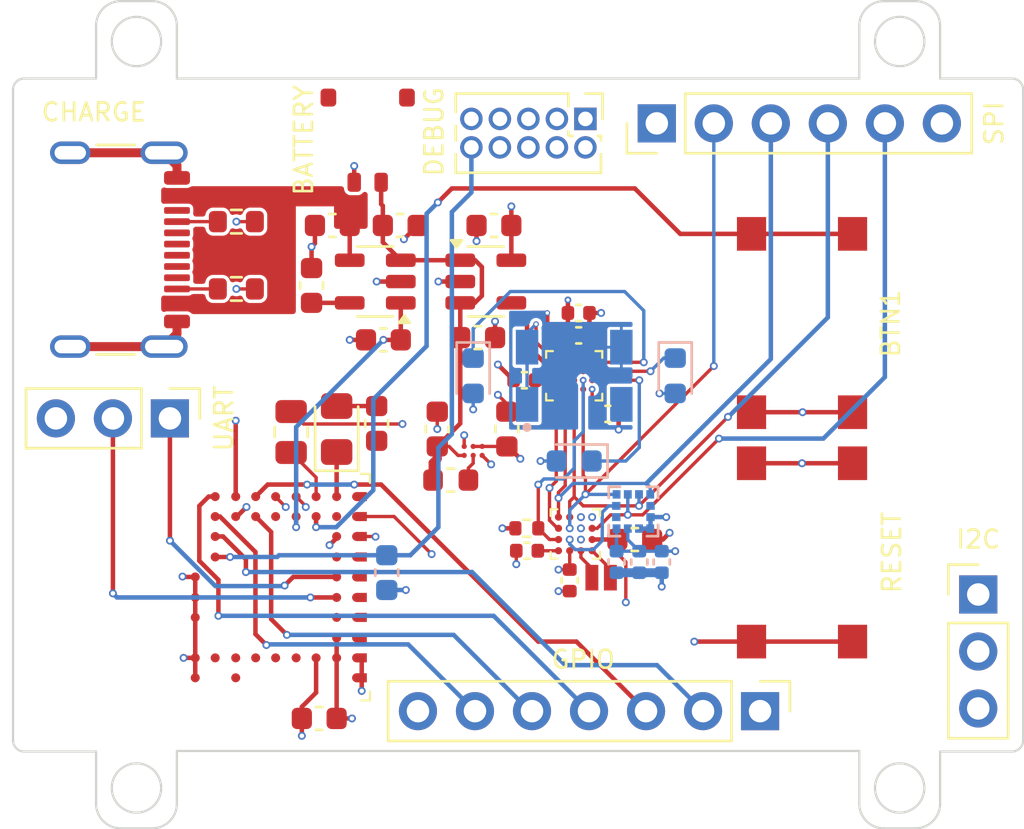
<source format=kicad_pcb>
(kicad_pcb (version 20240108) (generator "pcbnew") (generator_version "8.0")
  (title_block (title "ZSWatch Heartrate") (date "2024-10-23") (rev "1") (company "github.com/..."))
  (layers (0 "F.Cu" signal) (1 "In1.Cu" power "Inner1") (2 "In2.Cu" power "Inner2") (31 "B.Cu" signal) (34 "B.Paste" user) (35 "F.Paste" user) (36 "B.SilkS" user "B.Silkscreen") (37 "F.SilkS" user "F.Silkscreen") (38 "B.Mask" user) (39 "F.Mask" user) (44 "Edge.Cuts" user))
  (net 0 "")
  (net 1 "GND")
  (net 2 "+1V8")
  (net 3 "Net-(IC102-V_{DD})")
  (net 4 "/V_{BAT}")
  (net 5 "/SDA")
  (net 6 "/SCL")
  (net 7 "Net-(IC105-VREF)")
  (net 8 "/V_{LED}")
  (net 9 "Net-(IC103-V_{CORE})")
  (net 10 "/CHARGE")
  (net 11 "Net-(D104-K)")
  (net 13 "Net-(IC101-SCL{slash}SCLK)")
  (net 14 "Net-(D105-K)")
  (net 15 "Net-(D106-K)")
  (net 16 "Net-(D107-K)")
  (net 17 "Net-(D107-A)")
  (net 18 "Net-(IC101-SDO{slash}ADDR0)")
  (net 20 "Net-(IC101-CS)")
  (net 21 "Net-(IC101-SDA{slash}SDI{slash}SDO)")
  (net 22 "/INT_{ACC}")
  (net 23 "Net-(IC102-PROG)")
  (net 24 "Net-(IC103-32k_{OUT})")
  (net 25 "/~{RESET_{HR}}")
  (net 26 "Net-(IC103-INT_{PPG})")
  (net 27 "/STATUS")
  (net 28 "Net-(IC103-CS_{PPG})")
  (net 29 "Net-(IC103-32k_{IN})")
  (net 30 "Net-(IC104-L)")
  (net 31 "/ENABLE_{LED}")
  (net 32 "Net-(J102-Pin_4)")
  (net 34 "/TxD")
  (net 35 "/~{RESET}")
  (net 37 "Net-(J102-Pin_6)")
  (net 39 "Net-(J102-Pin_2)")
  (net 40 "Net-(J102-Pin_3)")
  (net 43 "Net-(J102-Pin_5)")
  (net 45 "/SWDIO")
  (net 52 "/SWDCLK")
  (net 55 "Net-(J103-Pin_1)")
  (net 57 "Net-(X102-CC1)")
  (net 58 "Net-(X102-CC2)")
  (net 59 "+BATT")
  (net 68 "Net-(M101-P2.03)")
  (net 69 "Net-(D102-K)")
  (net 76 "Net-(M101-P2.06)")
  (footprint "Wuerth:WS-TASV-6x6" (layer "F.Cu") (at 176.35 98.7 90)
    (property "Reference" "SW101" (hide yes))
    (property "Value" "BTN1")
  )
  (footprint "Capacitor_SMD:C_0603_1608Metric" (layer "F.Cu") (at 158.45 94.35)
    (property "Reference" "C102" (hide yes))
    (property "Value" "4u7" (hide yes))
  )
  (footprint "Molex:78171-0002" (layer "F.Cu") (at 157 90.55 180)
    (property "Reference" "X103" (hide yes))
    (property "Value" "BATTERY")
  )
  (footprint "Capacitor_SMD:C_0402_1005Metric" (layer "F.Cu") (at 166.4 98.25 180)
    (property "Reference" "C105" (hide yes))
    (property "Value" "22u" (hide yes))
  )
  (footprint "Resistor_SMD:R_0805_2012Metric" (layer "F.Cu") (at 153.59 103.558 90)
    (property "Reference" "R109" (hide yes))
    (property "Value" "0R" (hide yes))
  )
  (footprint "Resistor_SMD:R_0603_1608Metric" (layer "F.Cu") (at 151.15 97.18 180)
    (property "Reference" "R104" (hide yes))
    (property "Value" "5k1" (hide yes))
  )
  (footprint "Crystal_Kampi:ECS_ECX-1210" (layer "F.Cu") (at 167.4 110.05 180)
    (property "Reference" "Y101" (hide yes))
    (property "Value" "32kHz" (hide yes))
  )
  (footprint "Capacitor_SMD:C_0603_1608Metric" (layer "F.Cu") (at 162.625 94.35 180)
    (property "Reference" "C110" (hide yes))
    (property "Value" "1u" (hide yes))
  )
  (footprint "Package_BGA_Kampi:WLP-16_2x2mm_P0.5mm" (layer "F.Cu") (at 166.25 108.1 180)
    (property "Reference" "IC103" (hide yes))
    (property "Value" "MAX32664" (hide yes))
  )
  (footprint "Capacitor_SMD:C_0603_1608Metric" (layer "F.Cu") (at 154.5 97.025 90)
    (property "Reference" "R106" (hide yes))
    (property "Value" "10k" (hide yes))
  )
  (footprint "Capacitor_SMD:C_0603_1608Metric" (layer "F.Cu") (at 157.7 99.45 180)
    (property "Reference" "R107" (hide yes))
    (property "Value" "10k" (hide yes))
  )
  (footprint "Resistor_SMD:R_0402_1005Metric" (layer "F.Cu") (at 164.09 107.85)
    (property "Reference" "R103" (hide yes))
    (property "Value" "4k7" (hide yes))
  )
  (footprint "Inductor_SMD:L_0603_1608Metric" (layer "F.Cu") (at 160.7 105.7)
    (property "Reference" "L101" (hide yes))
    (property "Value" "1u" (hide yes))
  )
  (footprint "Connector_USB:USB_C_Receptacle_GCT_USB4105-xx-A_16P_TopMnt_Horizontal" (layer "F.Cu") (at 144.825 95.43 -90)
    (property "Reference" "X102" (hide yes))
    (property "Value" "CHARGE")
  )
  (footprint "Resistor_SMD:R_0603_1608Metric" (layer "F.Cu") (at 151.15 94.18)
    (property "Reference" "R102" (hide yes))
    (property "Value" "5k1" (hide yes))
  )
  (footprint "Capacitor_SMD:C_0603_1608Metric" (layer "F.Cu") (at 157.4 103.175 90)
    (property "Reference" "R105" (hide yes))
    (property "Value" "220R" (hide yes))
  )
  (footprint "Package_TO_SOT_SMD:SOT-23-5" (layer "F.Cu") (at 157.3375 96.85 180)
    (property "Reference" "IC102" (hide yes))
    (property "Value" "MCP73832-2-OT" (hide yes))
  )
  (footprint "Wuerth:WS-TASV-6x6" (layer "F.Cu") (at 176.35 108.925 90)
    (property "Reference" "SW102" (hide yes))
    (property "Value" "RESET")
  )
  (footprint "Connector_PinHeader_2.54mm:PinHeader_1x07_P2.54mm_Vertical" (layer "F.Cu") (at 174.48 116 -90)
    (property "Reference" "J102" (hide yes))
    (property "Value" "GPIO")
  )
  (footprint "Package_BGA_Kampi:DSBGA-6_0.886x1.288mm_2x3_P0.4mm" (layer "F.Cu") (at 161.7 104.4 90)
    (property "Reference" "IC104" (hide yes))
    (property "Value" "TPS61240" (hide yes))
  )
  (footprint "Capacitor_SMD:C_0603_1608Metric" (layer "F.Cu") (at 154.8418 116.325 180)
    (property "Reference" "C109" (hide yes))
    (property "Value" "100n" (hide yes))
  )
  (footprint "Capacitor_SMD:C_0603_1608Metric" (layer "F.Cu") (at 161.9 99.35)
    (property "Reference" "C113" (hide yes))
    (property "Value" "1u" (hide yes))
  )
  (footprint "Capacitor_SMD:C_0603_1608Metric" (layer "F.Cu") (at 163.2 103.425 90)
    (property "Reference" "C108" (hide yes))
    (property "Value" "4u7" (hide yes))
  )
  (footprint "Capacitor_SMD:C_0402_1005Metric" (layer "F.Cu") (at 163.98 101.25 180)
    (property "Reference" "C104" (hide yes))
    (property "Value" "1u" (hide yes))
  )
  (footprint "Package_BGA_Kampi:THIN-WLP-20_2.228x1.967mm_P0.4mm" (layer "F.Cu") (at 166.2 101.05 180)
    (property "Reference" "IC105" (hide yes))
    (property "Value" "MAX86141" (hide yes))
  )
  (footprint "Capacitor_SMD:C_0402_1005Metric" (layer "F.Cu") (at 167.7 102.75)
    (property "Reference" "C106" (hide yes))
    (property "Value" "10u" (hide yes))
  )
  (footprint "Capacitor_SMD:C_0603_1608Metric" (layer "F.Cu") (at 168.9 108.35)
    (property "Reference" "R101" (hide yes))
    (property "Value" "10k" (hide yes))
  )
  (footprint "Fanstel:BM15C" (layer "F.Cu") (at 148.2 110.475 90)
    (property "Reference" "M101" (hide yes))
    (property "Value" "BM15C" (hide yes))
  )
  (footprint "Capacitor_SMD:C_0603_1608Metric" (layer "F.Cu") (at 155.425 94.35 180)
    (property "Reference" "C101" (hide yes))
    (property "Value" "4u7" (hide yes))
  )
  (footprint "Connector_PinHeader_2.54mm:PinHeader_1x06_P2.54mm_Vertical" (layer "F.Cu") (at 169.88 89.8 90)
    (property "Reference" "J101" (hide yes))
    (property "Value" "SPI")
  )
  (footprint "Connector_PinHeader_2.54mm:PinHeader_1x03_P2.54mm_Vertical" (layer "F.Cu") (at 148.19 102.95 -90)
    (property "Reference" "J103" (hide yes))
    (property "Value" "UART")
  )
  (footprint "Capacitor_SMD:C_0603_1608Metric" (layer "F.Cu") (at 160.1 103.425 90)
    (property "Reference" "C107" (hide yes))
    (property "Value" "2u2" (hide yes))
  )
  (footprint "Capacitor_SMD:C_0402_1005Metric" (layer "F.Cu") (at 166 110.17 -90)
    (property "Reference" "C111" (hide yes))
    (property "Value" "1u" (hide yes))
  )
  (footprint "Connector_PinHeader_1.27mm:PinHeader_2x05_P1.27mm_Vertical" (layer "F.Cu") (at 166.7 89.6 -90)
    (property "Reference" "X104" (hide yes))
    (property "Value" "DEBUG")
  )
  (footprint "Connector_PinHeader_2.54mm:PinHeader_1x03_P2.54mm_Vertical" (layer "F.Cu") (at 184.2 110.8)
    (property "Reference" "J104" (hide yes))
    (property "Value" "I2C")
  )
  (footprint "Capacitor_SMD:C_0402_1005Metric" (layer "F.Cu") (at 166.4 99.25 180)
    (property "Reference" "C103" (hide yes))
    (property "Value" "100n" (hide yes))
  )
  (footprint "Capacitor_SMD:C_0402_1005Metric" (layer "F.Cu") (at 164.1 108.85 180)
    (property "Reference" "C112" (hide yes))
    (property "Value" "1u" (hide yes))
  )
  (footprint "Package_TO_SOT_SMD:SOT-23-5" (layer "F.Cu") (at 162.2625 96.85)
    (property "Reference" "IC106" (hide yes))
    (property "Value" "MIC5365-1.8" (hide yes))
  )
  (footprint "LED_SMD:LED_0805_2012Metric_Pad1.15x1.40mm_HandSolder" (layer "F.Cu") (at 155.6168 103.425 90)
    (property "Reference" "D107" (hide yes))
    (property "Value" "STATUS" (hide yes))
  )
  (footprint "Capacitor_SMD:C_0402_1005Metric" (layer "B.Cu") (at 169.1 109.35 -90)
    (property "Reference" "C114" (hide yes))
    (property "Value" "100n" (hide yes))
  )
  (footprint "Vishay:VEMD5080X01" (layer "B.Cu") (at 166.2 101.05 -90)
    (property "Reference" "D102" (hide yes))
    (property "Value" "D_Photo" (hide yes))
  )
  (footprint "Diode_SMD:D_0603_1608Metric" (layer "B.Cu") (at 170.7 101.05 -90)
    (property "Reference" "D104" (hide yes))
    (property "Value" "RED" (hide yes))
  )
  (footprint "Package_LGA:LGA-12_2x2mm_P0.5mm" (layer "B.Cu") (at 168.8375 107.1 -90)
    (property "Reference" "IC101" (hide yes))
    (property "Value" "LIS2DS12" (hide yes))
  )
  (footprint "Capacitor_SMD:C_0603_1608Metric" (layer "B.Cu") (at 157.85 109.825 90)
    (property "Reference" "R108" (hide yes))
    (property "Value" "10k" (hide yes))
  )
  (footprint "Capacitor_SMD:C_0402_1005Metric" (layer "B.Cu") (at 170.1 109.35 -90)
    (property "Reference" "C115" (hide yes))
    (property "Value" "10u" (hide yes))
  )
  (footprint "Diode_SMD:D_0603_1608Metric" (layer "B.Cu") (at 161.7 101.05 -90)
    (property "Reference" "D105" (hide yes))
    (property "Value" "IR" (hide yes))
  )
  (footprint "Capacitor_SMD:C_0402_1005Metric" (layer "B.Cu") (at 168.0875 109.35 -90)
    (property "Reference" "C116" (hide yes))
    (property "Value" "100n" (hide yes))
  )
  (footprint "Diode_SMD:D_0603_1608Metric" (layer "B.Cu") (at 166.2 104.85 180)
    (property "Reference" "D106" (hide yes))
    (property "Value" "GREEN" (hide yes))
  )
  (gr_line (start 178.9 117.775) (end 148.5 117.775) (stroke (width 0.1)) (layer "Edge.Cuts"))
  (gr_circle (center 146.7 86.15) (end 147.8 86.15) (stroke (width 0.1)) (fill none) (layer "Edge.Cuts"))
  (gr_line (start 148.5 85.45) (end 148.5 87.8) (stroke (width 0.1)) (layer "Edge.Cuts"))
  (gr_line (start 178.9 120.125) (end 178.9 117.775) (stroke (width 0.1)) (layer "Edge.Cuts"))
  (gr_arc (start 146 121.225) (mid 145.222183 120.902817) (end 144.9 120.125) (stroke (width 0.1)) (layer "Edge.Cuts"))
  (gr_circle (center 146.7 119.425) (end 145.6 119.425) (stroke (width 0.1)) (fill none) (layer "Edge.Cuts"))
  (gr_arc (start 147.4 84.35) (mid 148.177817 84.672183) (end 148.5 85.45) (stroke (width 0.1)) (layer "Edge.Cuts"))
  (gr_line (start 180 84.35) (end 181.4 84.35) (stroke (width 0.1)) (layer "Edge.Cuts"))
  (gr_line (start 182.5 87.8) (end 185.7 87.8) (stroke (width 0.1)) (layer "Edge.Cuts"))
  (gr_line (start 148.5 117.775) (end 148.5 120.125) (stroke (width 0.1)) (layer "Edge.Cuts"))
  (gr_line (start 141.7 87.8) (end 144.9 87.8) (stroke (width 0.1)) (layer "Edge.Cuts"))
  (gr_line (start 144.9 120.125) (end 144.9 117.8) (stroke (width 0.1)) (layer "Edge.Cuts"))
  (gr_line (start 182.5 117.8) (end 182.5 120.125) (stroke (width 0.1)) (layer "Edge.Cuts"))
  (gr_circle (center 180.7 86.15) (end 181.8 86.15) (stroke (width 0.1)) (fill none) (layer "Edge.Cuts"))
  (gr_line (start 148.5 87.8) (end 178.9 87.8) (stroke (width 0.1)) (layer "Edge.Cuts"))
  (gr_line (start 182.5 117.8) (end 185.7 117.8) (stroke (width 0.1)) (layer "Edge.Cuts"))
  (gr_arc (start 141.2 88.3) (mid 141.346447 87.946447) (end 141.7 87.8) (stroke (width 0.1)) (layer "Edge.Cuts"))
  (gr_line (start 141.2 88.3) (end 141.2 117.3) (stroke (width 0.1)) (layer "Edge.Cuts"))
  (gr_line (start 146 84.35) (end 147.4 84.35) (stroke (width 0.1)) (layer "Edge.Cuts"))
  (gr_arc (start 185.7 87.8) (mid 186.053553 87.946447) (end 186.2 88.3) (stroke (width 0.1)) (layer "Edge.Cuts"))
  (gr_line (start 182.5 85.45) (end 182.5 87.8) (stroke (width 0.1)) (layer "Edge.Cuts"))
  (gr_arc (start 186.2 117.3) (mid 186.053553 117.653553) (end 185.7 117.8) (stroke (width 0.1)) (layer "Edge.Cuts"))
  (gr_line (start 144.9 117.8) (end 141.7 117.8) (stroke (width 0.1)) (layer "Edge.Cuts"))
  (gr_arc (start 148.5 120.125) (mid 148.177817 120.902817) (end 147.4 121.225) (stroke (width 0.1)) (layer "Edge.Cuts"))
  (gr_line (start 181.4 121.225) (end 180 121.225) (stroke (width 0.1)) (layer "Edge.Cuts"))
  (gr_line (start 178.9 87.8) (end 178.9 85.45) (stroke (width 0.1)) (layer "Edge.Cuts"))
  (gr_arc (start 141.7 117.8) (mid 141.346447 117.653553) (end 141.2 117.3) (stroke (width 0.1)) (layer "Edge.Cuts"))
  (gr_line (start 144.9 87.8) (end 144.9 85.45) (stroke (width 0.1)) (layer "Edge.Cuts"))
  (gr_line (start 147.4 121.225) (end 146 121.225) (stroke (width 0.1)) (layer "Edge.Cuts"))
  (gr_arc (start 178.9 85.45) (mid 179.222183 84.672183) (end 180 84.35) (stroke (width 0.1)) (layer "Edge.Cuts"))
  (gr_line (start 186.2 117.3) (end 186.2 88.3) (stroke (width 0.1)) (layer "Edge.Cuts"))
  (gr_arc (start 180 121.225) (mid 179.222183 120.902817) (end 178.9 120.125) (stroke (width 0.1)) (layer "Edge.Cuts"))
  (gr_arc (start 144.9 85.45) (mid 145.222183 84.672183) (end 146 84.35) (stroke (width 0.1)) (layer "Edge.Cuts"))
  (gr_arc (start 181.4 84.35) (mid 182.177817 84.672183) (end 182.5 85.45) (stroke (width 0.1)) (layer "Edge.Cuts"))
  (gr_circle (center 180.7 119.425) (end 179.6 119.425) (stroke (width 0.1)) (fill none) (layer "Edge.Cuts"))
  (gr_arc (start 182.5 120.125) (mid 182.177817 120.902817) (end 181.4 121.225) (stroke (width 0.1)) (layer "Edge.Cuts"))
  (segment (start 165 99.45) (end 165.8 100.25) (width 0.2) (layer "F.Cu") (net 1))
  (segment (start 148.505 92.23) (end 148.505 91.685) (width 0.4) (layer "F.Cu") (net 1))
  (segment (start 155.6168 108.2144) (end 155.6168 108.2832) (width 0.2) (layer "F.Cu") (net 1))
  (segment (start 156.4 92.425) (end 156.4 91.7) (width 0.2) (layer "F.Cu") (net 1))
  (segment (start 176.375 102.675) (end 178.6 102.675) (width 0.2) (layer "F.Cu") (net 1))
  (segment (start 165.92 99.25) (end 165.92 98.25) (width 0.2) (layer "F.Cu") (net 1))
  (segment (start 154.0668 115.8082) (end 154.7024 115.1726) (width 0.2) (layer "F.Cu") (net 1))
  (segment (start 149.3176 114.5136) (end 149.3176 113.6246) (width 0.2) (layer "F.Cu") (net 1))
  (segment (start 163.2 102.3) (end 162.8 101.9) (width 0.15) (layer "F.Cu") (net 1))
  (segment (start 151.975 94.18) (end 151.15 94.18) (width 0.15) (layer "F.Cu") (net 1))
  (segment (start 156.7344 113.6246) (end 156.7344 114.5136) (width 0.2) (layer "F.Cu") (net 1))
  (segment (start 147.93 91.11) (end 143.75 91.11) (width 0.4) (layer "F.Cu") (net 1))
  (segment (start 164.34038 98.25) (end 164.1 98.49038) (width 0.2) (layer "F.Cu") (net 1))
  (segment (start 169.675 108.35) (end 170.15 108.35) (width 0.2) (layer "F.Cu") (net 1))
  (segment (start 164.1 98.49038) (end 164.1 99.7) (width 0.2) (layer "F.Cu") (net 1))
  (segment (start 148.505 91.685) (end 147.93 91.11) (width 0.4) (layer "F.Cu") (net 1))
  (segment (start 166.2 100.45) (end 166.2 100.85) (width 0.2) (layer "F.Cu") (net 1))
  (segment (start 168.18 103.45) (end 168.18 102.75) (width 0.2) (layer "F.Cu") (net 1))
  (segment (start 176.375 102.675) (end 174.1 102.675) (width 0.2) (layer "F.Cu") (net 1))
  (segment (start 166 110.65) (end 165.5 110.65) (width 0.15) (layer "F.Cu") (net 1))
  (segment (start 149.3176 110.9322) (end 149.3176 110.0178) (width 0.2) (layer "F.Cu") (net 1))
  (segment (start 174.1 104.95) (end 176.35 104.95) (width 0.2) (layer "F.Cu") (net 1))
  (segment (start 148.7678 110.0178) (end 149.3176 110.0178) (width 0.2) (layer "F.Cu") (net 1))
  (segment (start 160.1 102.65) (end 160.1 103.425) (width 0.15) (layer "F.Cu") (net 1))
  (segment (start 148.505 98.63) (end 148.505 99.175) (width 0.4) (layer "F.Cu") (net 1))
  (segment (start 154.0668 117.125) (end 154.0668 116.325) (width 0.2) (layer "F.Cu") (net 1))
  (segment (start 148.75 110) (end 148.7678 110.0178) (width 0.2) (layer "F.Cu") (net 1))
  (segment (start 166.2 100.05) (end 165.92 99.77) (width 0.2) (layer "F.Cu") (net 1))
  (segment (start 176.35 104.95) (end 178.6 104.95) (width 0.2) (layer "F.Cu") (net 1))
  (segment (start 165.8 100.25) (end 165.8 100.45) (width 0.2) (layer "F.Cu") (net 1))
  (segment (start 166.2 100.45) (end 166.2 100.05) (width 0.15) (layer "F.Cu") (net 1))
  (segment (start 154.0668 116.325) (end 154.0668 115.8082) (width 0.2) (layer "F.Cu") (net 1))
  (segment (start 154.7024 115.1726) (end 154.7024 113.6246) (width 0.2) (layer "F.Cu") (net 1))
  (segment (start 162.8 100.55) (end 163.5 101.25) (width 0.2) (layer "F.Cu") (net 1))
  (segment (start 158.6125 94.9625) (end 159.225 94.35) (width 0.2) (layer "F.Cu") (net 1))
  (segment (start 149.3176 111.8212) (end 149.3176 110.9322) (width 0.2) (layer "F.Cu") (net 1))
  (segment (start 158.475 96.85) (end 157.4 96.85) (width 0.2) (layer "F.Cu") (net 1))
  (segment (start 161.85 95.05) (end 161.85 94.35) (width 0.2) (layer "F.Cu") (net 1))
  (segment (start 165.8 100.85) (end 166.2 100.85) (width 0.2) (layer "F.Cu") (net 1))
  (segment (start 148.8 113.6246) (end 149.3176 113.6246) (width 0.2) (layer "F.Cu") (net 1))
  (segment (start 170.15 108.35) (end 170.45 108.05) (width 0.2) (layer "F.Cu") (net 1))
  (segment (start 154.65 95.15) (end 154.5 95.3) (width 0.2) (layer "F.Cu") (net 1))
  (segment (start 165.25 100.85) (end 165.4 100.85) (width 0.2) (layer "F.Cu") (net 1))
  (segment (start 165 98.25) (end 165 99.45) (width 0.2) (layer "F.Cu") (net 1))
  (segment (start 162.675 98.625) (end 162.675 99.35) (width 0.2) (layer "F.Cu") (net 1))
  (segment (start 156.7344 115.1) (end 156.7344 114.5136) (width 0.2) (layer "F.Cu") (net 1))
  (segment (start 154.5 95.3) (end 154.5 96.25) (width 0.2) (layer "F.Cu") (net 1))
  (segment (start 148.505 99.175) (end 147.93 99.75) (width 0.4) (layer "F.Cu") (net 1))
  (segment (start 151.975 97.18) (end 151.15 97.18) (width 0.15) (layer "F.Cu") (net 1))
  (segment (start 163.2 102.65) (end 163.2 102.3) (width 0.15) (layer "F.Cu") (net 1))
  (segment (start 147.93 99.75) (end 143.75 99.75) (width 0.4) (layer "F.Cu") (net 1))
  (segment (start 161.3 104.2) (end 161.3 103.7) (width 0.15) (layer "F.Cu") (net 1))
  (segment (start 161.125 96.85) (end 160.15 96.85) (width 0.2) (layer "F.Cu") (net 1))
  (segment (start 164.1 99.7) (end 165.25 100.85) (width 0.2) (layer "F.Cu") (net 1))
  (segment (start 154.65 94.35) (end 154.65 95.15) (width 0.2) (layer "F.Cu") (net 1))
  (segment (start 165.92 99.77) (end 165.92 99.25) (width 0.2) (layer "F.Cu") (net 1))
  (segment (start 165.92 97.67) (end 165.92 98.25) (width 0.2) (layer "F.Cu") (net 1))
  (segment (start 165 98.25) (end 164.34038 98.25) (width 0.2) (layer "F.Cu") (net 1))
  (segment (start 163.62 108.85) (end 163.62 109.45) (width 0.15) (layer "F.Cu") (net 1))
  (segment (start 155.6168 108.2832) (end 155.3 108.6) (width 0.2) (layer "F.Cu") (net 1))
  (segment (start 149.3176 113.6246) (end 149.3176 111.8212) (width 0.2) (layer "F.Cu") (net 1))
  (via (at 162.8 101.9) (size 0.35) (drill 0.2) (layers "F.Cu" "B.Cu") (net 1))
  (via (at 166.5 108.35) (size 0.35) (drill 0.2) (layers "F.Cu" "B.Cu") (net 1))
  (via (at 165 98.25) (size 0.25) (drill 0.15) (layers "F.Cu" "B.Cu") (net 1))
  (via (at 154.0668 117.1) (size 0.35) (drill 0.2) (layers "F.Cu" "B.Cu") (net 1))
  (via (at 162.675 98.625) (size 0.35) (drill 0.2) (layers "F.Cu" "B.Cu") (net 1))
  (via (at 148.8 113.6246) (size 0.35) (drill 0.2) (layers "F.Cu" "B.Cu") (net 1))
  (via (at 151.15 94.18) (size 0.35) (drill 0.2) (layers "F.Cu" "B.Cu") (net 1))
  (via (at 158.6125 94.9625) (size 0.35) (drill 0.2) (layers "F.Cu" "B.Cu") (net 1))
  (via (at 165.92 97.67) (size 0.3) (drill 0.15) (layers "F.Cu" "B.Cu") (net 1))
  (via (at 156.7344 115.1) (size 0.35) (drill 0.2) (layers "F.Cu" "B.Cu") (net 1))
  (via (at 155.3 108.6) (size 0.35) (drill 0.2) (layers "F.Cu" "B.Cu") (net 1))
  (via (at 163.62 109.45) (size 0.35) (drill 0.2) (layers "F.Cu" "B.Cu") (net 1))
  (via (at 168.18 103.45) (size 0.35) (drill 0.2) (layers "F.Cu" "B.Cu") (net 1))
  (via (at 176.35 104.95) (size 0.35) (drill 0.2) (layers "F.Cu" "B.Cu") (net 1))
  (via (at 160.1 103.425) (size 0.35) (drill 0.2) (layers "F.Cu" "B.Cu") (net 1))
  (via (at 157.4 96.85) (size 0.35) (drill 0.2) (layers "F.Cu" "B.Cu") (net 1))
  (via (at 170.3 107.349758) (size 0.35) (drill 0.2) (layers "F.Cu" "B.Cu") (net 1))
  (via (at 148.75 110) (size 0.35) (drill 0.2) (layers "F.Cu" "B.Cu") (net 1))
  (via (at 165.5 110.65) (size 0.35) (drill 0.2) (layers "F.Cu" "B.Cu") (net 1))
  (via (at 176.375 102.675) (size 0.35) (drill 0.2) (layers "F.Cu" "B.Cu") (net 1))
  (via (at 151.15 97.18) (size 0.35) (drill 0.2) (layers "F.Cu" "B.Cu") (net 1))
  (via (at 170.1 110.45) (size 0.35) (drill 0.2) (layers "F.Cu" "B.Cu") (net 1))
  (via (at 160.15 96.85) (size 0.35) (drill 0.2) (layers "F.Cu" "B.Cu") (net 1))
  (via (at 161.3 103.7) (size 0.35) (drill 0.2) (layers "F.Cu" "B.Cu") (net 1))
  (via (at 162.8 100.55) (size 0.35) (drill 0.2) (layers "F.Cu" "B.Cu") (net 1))
  (via (at 170.45 108.05) (size 0.35) (drill 0.2) (layers "F.Cu" "B.Cu") (net 1))
  (via (at 154.5 95.3) (size 0.35) (drill 0.2) (layers "F.Cu" "B.Cu") (net 1))
  (via (at 161.85 95.05) (size 0.35) (drill 0.2) (layers "F.Cu" "B.Cu") (net 1))
  (via (at 156.4 91.7) (size 0.35) (drill 0.2) (layers "F.Cu" "B.Cu") (net 1))
  (segment (start 170.1 109.83) (end 170.1 110.45) (width 0.2) (layer "B.Cu") (net 1))
  (segment (start 169.600242 107.349758) (end 169.6 107.35) (width 0.2) (layer "B.Cu") (net 1))
  (segment (start 169.6 107.35) (end 169.6 107.85) (width 0.2) (layer "B.Cu") (net 1))
  (segment (start 168.0875 109.83) (end 169.1 109.83) (width 0.4) (layer "B.Cu") (net 1))
  (segment (start 169.0875 107.8625) (end 169.5875 107.8625) (width 0.2) (layer "B.Cu") (net 1))
  (segment (start 170.3 107.349758) (end 169.600242 107.349758) (width 0.2) (layer "B.Cu") (net 1))
  (segment (start 169.6 107.85) (end 169.5875 107.8625) (width 0.2) (layer "B.Cu") (net 1))
  (segment (start 169.1 109.83) (end 170.1 109.83) (width 0.4) (layer "B.Cu") (net 1))
  (segment (start 163.58 107.85) (end 163 107.85) (width 0.2) (layer "F.Cu") (net 2))
  (segment (start 163.4 94.35) (end 163.4 95.9) (width 0.2) (layer "F.Cu") (net 2))
  (segment (start 166 109.69) (end 165.5 109.69) (width 0.15) (layer "F.Cu") (net 2))
  (segment (start 166 108.85) (end 166 109.69) (width 0.15) (layer "F.Cu") (net 2))
  (segment (start 156.925 99.45) (end 156.2 99.45) (width 0.2) (layer "F.Cu") (net 2))
  (segment (start 166.88 98.25) (end 167.4 98.25) (width 0.2) (layer "F.Cu") (net 2))
  (segment (start 163.4 93.5) (end 163.4 94.35) (width 0.2) (layer "F.Cu") (net 2))
  (segment (start 155.6168 113.6246) (end 155.6168 112.7356) (width 0.2) (layer "F.Cu") (net 2))
  (segment (start 155.6168 116.325) (end 155.6168 113.6246) (width 0.2) (layer "F.Cu") (net 2))
  (segment (start 166.88 99.77) (end 166.88 99.25) (width 0.2) (layer "F.Cu") (net 2))
  (segment (start 166.6 100.45) (end 166.6 100.05) (width 0.15) (layer "F.Cu") (net 2))
  (segment (start 166.6 100.05) (end 166.88 99.77) (width 0.2) (layer "F.Cu") (net 2))
  (segment (start 166.88 99.25) (end 166.88 98.25) (width 0.2) (layer "F.Cu") (net 2))
  (segment (start 156.3 116.325) (end 155.6168 116.325) (width 0.2) (layer "F.Cu") (net 2))
  (segment (start 166.6 100.85) (end 166.6 100.45) (width 0.15) (layer "F.Cu") (net 2))
  (via (at 163 107.85) (size 0.35) (drill 0.2) (layers "F.Cu" "B.Cu") (net 2))
  (via (at 156.3 116.325) (size 0.35) (drill 0.2) (layers "F.Cu" "B.Cu") (net 2))
  (via (at 163.4 93.5) (size 0.35) (drill 0.2) (layers "F.Cu" "B.Cu") (net 2))
  (via (at 156.2 99.45) (size 0.35) (drill 0.2) (layers "F.Cu" "B.Cu") (net 2))
  (via (at 167.4 98.25) (size 0.35) (drill 0.2) (layers "F.Cu" "B.Cu") (net 2))
  (via (at 158.7 110.6) (size 0.35) (drill 0.2) (layers "F.Cu" "B.Cu") (net 2))
  (via (at 165.5 109.69) (size 0.35) (drill 0.2) (layers "F.Cu" "B.Cu") (net 2))
  (via (at 170.7 108.87) (size 0.35) (drill 0.2) (layers "F.Cu" "B.Cu") (net 2))
  (segment (start 170.1 108.87) (end 170.7 108.87) (width 0.15) (layer "B.Cu") (net 2))
  (segment (start 169.1 108.87) (end 168.0875 108.87) (width 0.15) (layer "B.Cu") (net 2))
  (segment (start 168.5875 107.8625) (end 168.5875 108.3575) (width 0.15) (layer "B.Cu") (net 2))
  (segment (start 157.85 110.6) (end 158.7 110.6) (width 0.2) (layer "B.Cu") (net 2))
  (segment (start 168.0875 108.87) (end 168.0875 107.8625) (width 0.15) (layer "B.Cu") (net 2))
  (segment (start 168.5875 108.3575) (end 169.1 108.87) (width 0.15) (layer "B.Cu") (net 2))
  (segment (start 170.1 108.87) (end 169.1 108.87) (width 0.15) (layer "B.Cu") (net 2))
  (segment (start 156.2 94.35) (end 156.2 95.9) (width 0.2) (layer "F.Cu") (net 3))
  (segment (start 160.1 104.2) (end 160.625 104.2) (width 0.15) (layer "F.Cu") (net 4))
  (segment (start 157.675 95.1) (end 158.475 95.9) (width 0.2) (layer "F.Cu") (net 4))
  (segment (start 157.6 92.425) (end 157.6 93.4) (width 0.2) (layer "F.Cu") (net 4))
  (segment (start 162.0875 97.484252) (end 161.771752 97.8) (width 0.2) (layer "F.Cu") (net 4))
  (segment (start 162.0875 96.200001) (end 162.0875 97.484252) (width 0.2) (layer "F.Cu") (net 4))
  (segment (start 157.675 93.475) (end 157.675 94.35) (width 0.2) (layer "F.Cu") (net 4))
  (segment (start 161.025 104.6) (end 161.3 104.6) (width 0.15) (layer "F.Cu") (net 4))
  (segment (start 160.1 104.2) (end 160.1 104.75) (width 0.4) (layer "F.Cu") (net 4))
  (segment (start 157.6 93.4) (end 157.675 93.475) (width 0.2) (layer "F.Cu") (net 4))
  (segment (start 161.125 103.175) (end 160.1 104.2) (width 0.2) (layer "F.Cu") (net 4))
  (segment (start 161.771752 97.8) (end 161.125 97.8) (width 0.2) (layer "F.Cu") (net 4))
  (segment (start 159.9125 104.9375) (end 159.9125 105.7) (width 0.4) (layer "F.Cu") (net 4))
  (segment (start 161.125 97.8) (end 161.125 99.35) (width 0.2) (layer "F.Cu") (net 4))
  (segment (start 161.125 95.9) (end 161.787499 95.9) (width 0.2) (layer "F.Cu") (net 4))
  (segment (start 161.787499 95.9) (end 162.0875 96.200001) (width 0.2) (layer "F.Cu") (net 4))
  (segment (start 158.475 95.9) (end 161.125 95.9) (width 0.2) (layer "F.Cu") (net 4))
  (segment (start 161.125 99.35) (end 161.125 103.175) (width 0.2) (layer "F.Cu") (net 4))
  (segment (start 160.625 104.2) (end 161.025 104.6) (width 0.15) (layer "F.Cu") (net 4))
  (segment (start 157.675 94.35) (end 157.675 95.1) (width 0.2) (layer "F.Cu") (net 4))
  (segment (start 160.1 104.75) (end 159.9125 104.9375) (width 0.4) (layer "F.Cu") (net 4))
  (segment (start 152.899 106.449) (end 153.35 106.9) (width 0.15) (layer "F.Cu") (net 5))
  (segment (start 152.899 106.4364) (end 152.899 106.449) (width 0.15) (layer "F.Cu") (net 5))
  (via (at 166.5 107.35) (size 0.35) (drill 0.2) (layers "F.Cu" "B.Cu") (net 5))
  (via (at 153.35 106.9) (size 0.35) (drill 0.2) (layers "F.Cu" "B.Cu") (net 5))
  (segment (start 154.2416 106.9) (end 154.2416 106.8646) (width 0.15) (layer "F.Cu") (net 6))
  (segment (start 154.2416 106.8646) (end 153.8134 106.4364) (width 0.15) (layer "F.Cu") (net 6))
  (via (at 167 107.35) (size 0.35) (drill 0.2) (layers "F.Cu" "B.Cu") (net 6))
  (via (at 154.2416 106.9) (size 0.35) (drill 0.2) (layers "F.Cu" "B.Cu") (net 6))
  (segment (start 165.4 101.25) (end 164.46 101.25) (width 0.15) (layer "F.Cu") (net 7))
  (segment (start 162.1 104.2) (end 161.7 104.2) (width 0.15) (layer "F.Cu") (net 8))
  (segment (start 162.1 104.2) (end 163.2 104.2) (width 0.15) (layer "F.Cu") (net 8))
  (segment (start 167 101.65) (end 167 102.05) (width 0.15) (layer "F.Cu") (net 8))
  (segment (start 163.2 104.2) (end 163.25 104.2) (width 0.2) (layer "F.Cu") (net 8))
  (segment (start 163.25 104.2) (end 163.8 104.75) (width 0.2) (layer "F.Cu") (net 8))
  (segment (start 167 102.05) (end 167.22 102.27) (width 0.15) (layer "F.Cu") (net 8))
  (segment (start 167.22 102.27) (end 167.22 102.75) (width 0.15) (layer "F.Cu") (net 8))
  (via (at 163.8 104.75) (size 0.35) (drill 0.2) (layers "F.Cu" "B.Cu") (net 8))
  (via (at 161.7 102.55) (size 0.35) (drill 0.2) (layers "F.Cu" "B.Cu") (net 8))
  (via (at 170 101.8375) (size 0.35) (drill 0.2) (layers "F.Cu" "B.Cu") (net 8))
  (via (at 167 101.65) (size 0.3) (drill 0.15) (layers "F.Cu" "B.Cu") (net 8))
  (via (at 164.7 104.85) (size 0.35) (drill 0.2) (layers "F.Cu" "B.Cu") (net 8))
  (segment (start 161.7 101.8375) (end 161.7 102.55) (width 0.15) (layer "B.Cu") (net 8))
  (segment (start 170 101.8375) (end 170.7 101.8375) (width 0.15) (layer "B.Cu") (net 8))
  (segment (start 165.4125 104.85) (end 164.7 104.85) (width 0.15) (layer "B.Cu") (net 8))
  (segment (start 165.5 108.85) (end 164.58 108.85) (width 0.15) (layer "F.Cu") (net 9))
  (segment (start 153.8134 107.3254) (end 153.8134 107.8) (width 0.2) (layer "F.Cu") (net 10))
  (segment (start 158.475 99.45) (end 157.7 99.45) (width 0.2) (layer "F.Cu") (net 10))
  (segment (start 158.475 97.8) (end 158.475 99.45) (width 0.2) (layer "F.Cu") (net 10))
  (via (at 153.8134 107.8) (size 0.35) (drill 0.2) (layers "F.Cu" "B.Cu") (net 10))
  (via (at 157.7 99.45) (size 0.35) (drill 0.2) (layers "F.Cu" "B.Cu") (net 10))
  (segment (start 157.7 99.45) (end 153.8134 103.3366) (width 0.2) (layer "B.Cu") (net 10))
  (segment (start 153.8134 103.3366) (end 153.8134 107.8) (width 0.2) (layer "B.Cu") (net 10))
  (segment (start 167 100.85) (end 169.6 100.85) (width 0.15) (layer "F.Cu") (net 11))
  (via (at 169.6 100.85) (size 0.35) (drill 0.2) (layers "F.Cu" "B.Cu") (net 11))
  (segment (start 170.7 100.2625) (end 170.1875 100.2625) (width 0.15) (layer "B.Cu") (net 11))
  (segment (start 170.1875 100.2625) (end 169.6 100.85) (width 0.15) (layer "B.Cu") (net 11))
  (segment (start 166.6 105.5) (end 166.6 101.65) (width 0.15) (layer "F.Cu") (net 13))
  (segment (start 166.7 105.6) (end 166.6 105.5) (width 0.15) (layer "F.Cu") (net 13))
  (segment (start 172.42 100.6175) (end 166.7 106.3375) (width 0.15) (layer "F.Cu") (net 13))
  (segment (start 166.7 106.3375) (end 166.7 105.6) (width 0.15) (layer "F.Cu") (net 13))
  (via (at 166.7 106.3375) (size 0.35) (drill 0.2) (layers "F.Cu" "B.Cu") (net 13))
  (via (at 172.42 100.6175) (size 0.35) (drill 0.2) (layers "F.Cu" "B.Cu") (net 13))
  (via (at 166 107.85) (size 0.35) (drill 0.2) (layers "F.Cu" "B.Cu") (net 13))
  (segment (start 172.42 100.6175) (end 172.42 89.8) (width 0.15) (layer "B.Cu") (net 13))
  (segment (start 166 107.0375) (end 166 107.85) (width 0.15) (layer "B.Cu") (net 13))
  (segment (start 166.7 106.3375) (end 168.0875 106.3375) (width 0.15) (layer "B.Cu") (net 13))
  (segment (start 166.7 106.3375) (end 166 107.0375) (width 0.15) (layer "B.Cu") (net 13))
  (segment (start 169.3 100.45) (end 167 100.45) (width 0.15) (layer "F.Cu") (net 14))
  (via (at 169.3 100.45) (size 0.35) (drill 0.2) (layers "F.Cu" "B.Cu") (net 14))
  (segment (start 169.3 100.45) (end 169.3 98.15) (width 0.15) (layer "B.Cu") (net 14))
  (segment (start 168.445 97.295) (end 163.355 97.295) (width 0.15) (layer "B.Cu") (net 14))
  (segment (start 161.7 98.95) (end 161.7 100.2625) (width 0.15) (layer "B.Cu") (net 14))
  (segment (start 163.355 97.295) (end 161.7 98.95) (width 0.15) (layer "B.Cu") (net 14))
  (segment (start 169.3 98.15) (end 168.445 97.295) (width 0.15) (layer "B.Cu") (net 14))
  (segment (start 169.1 101.25) (end 167 101.25) (width 0.15) (layer "F.Cu") (net 15))
  (via (at 169.1 101.25) (size 0.35) (drill 0.2) (layers "F.Cu" "B.Cu") (net 15))
  (segment (start 169.1 101.25) (end 169.1 104.25) (width 0.15) (layer "B.Cu") (net 15))
  (segment (start 169.1 104.25) (end 168.5 104.85) (width 0.15) (layer "B.Cu") (net 15))
  (segment (start 168.5 104.85) (end 166.9875 104.85) (width 0.15) (layer "B.Cu") (net 15))
  (segment (start 155.6168 106.4364) (end 155.6168 104.45) (width 0.2) (layer "F.Cu") (net 16))
  (segment (start 155.6168 102.4) (end 157.4 102.4) (width 0.2) (layer "F.Cu") (net 17))
  (segment (start 169.0875 106.85) (end 166.6 106.85) (width 0.15) (layer "F.Cu") (net 18))
  (segment (start 166 106.65) (end 166 107.35) (width 0.15) (layer "F.Cu") (net 18))
  (segment (start 169.0875 106.846814) (end 169.0875 106.85) (width 0.15) (layer "F.Cu") (net 18))
  (segment (start 166.6 106.85) (end 166.2 106.45) (width 0.15) (layer "F.Cu") (net 18))
  (segment (start 166.2 106.45) (end 166 106.65) (width 0.15) (layer "F.Cu") (net 18))
  (segment (start 166.2 101.65) (end 166.2 106.45) (width 0.15) (layer "F.Cu") (net 18))
  (segment (start 173.05 102.884314) (end 169.0875 106.846814) (width 0.15) (layer "F.Cu") (net 18))
  (via (at 169.0875 106.85) (size 0.35) (drill 0.2) (layers "F.Cu" "B.Cu") (net 18))
  (via (at 173.05 102.884314) (size 0.35) (drill 0.2) (layers "F.Cu" "B.Cu") (net 18))
  (segment (start 169.0875 106.3375) (end 169.0875 106.85) (width 0.15) (layer "B.Cu") (net 18))
  (segment (start 173.05 102.884314) (end 173.065686 102.884314) (width 0.2) (layer "B.Cu") (net 18))
  (segment (start 173.065686 102.884314) (end 177.5 98.45) (width 0.2) (layer "B.Cu") (net 18))
  (segment (start 177.5 98.45) (end 177.5 89.8) (width 0.2) (layer "B.Cu") (net 18))
  (segment (start 169.253186 107.25) (end 168.587502 107.25) (width 0.15) (layer "F.Cu") (net 20))
  (segment (start 167.226274 107.85) (end 167 107.85) (width 0.15) (layer "F.Cu") (net 20))
  (segment (start 167.826274 107.25) (end 167.226274 107.85) (width 0.15) (layer "F.Cu") (net 20))
  (segment (start 172.65 103.853186) (end 169.253186 107.25) (width 0.15) (layer "F.Cu") (net 20))
  (segment (start 168.587502 107.25) (end 167.826274 107.25) (width 0.15) (layer "F.Cu") (net 20))
  (segment (start 172.65 103.85) (end 172.65 103.853186) (width 0.15) (layer "F.Cu") (net 20))
  (via (at 172.65 103.85) (size 0.35) (drill 0.2) (layers "F.Cu" "B.Cu") (net 20))
  (via (at 168.587502 107.25) (size 0.35) (drill 0.2) (layers "F.Cu" "B.Cu") (net 20))
  (segment (start 168.5875 107.249998) (end 168.5875 106.3375) (width 0.15) (layer "B.Cu") (net 20))
  (segment (start 172.65 103.85) (end 177.3 103.85) (width 0.2) (layer "B.Cu") (net 20))
  (segment (start 177.3 103.85) (end 180.04 101.11) (width 0.2) (layer "B.Cu") (net 20))
  (segment (start 180.04 101.11) (end 180.04 89.8) (width 0.2) (layer "B.Cu") (net 20))
  (segment (start 168.587502 107.25) (end 168.5875 107.249998) (width 0.15) (layer "B.Cu") (net 20))
  (segment (start 165.5 106.5) (end 165.5 106.25) (width 0.15) (layer "F.Cu") (net 21))
  (segment (start 165.5 106.5) (end 165.5 107.35) (width 0.15) (layer "F.Cu") (net 21))
  (segment (start 165.8 105.95) (end 165.8 101.65) (width 0.15) (layer "F.Cu") (net 21))
  (segment (start 165.5 106.25) (end 165.8 105.95) (width 0.15) (layer "F.Cu") (net 21))
  (via (at 165.5 106.5) (size 0.35) (drill 0.2) (layers "F.Cu" "B.Cu") (net 21))
  (segment (start 165.5 106.5) (end 166.15 105.85) (width 0.15) (layer "B.Cu") (net 21))
  (segment (start 166.15 105.85) (end 169.4125 105.85) (width 0.15) (layer "B.Cu") (net 21))
  (segment (start 169.5875 106.025) (end 169.5875 106.3375) (width 0.15) (layer "B.Cu") (net 21))
  (segment (start 174.96 89.8) (end 174.96 100.3025) (width 0.2) (layer "B.Cu") (net 21))
  (segment (start 174.96 100.3025) (end 169.4125 105.85) (width 0.2) (layer "B.Cu") (net 21))
  (segment (start 169.4125 105.85) (end 169.5875 106.025) (width 0.15) (layer "B.Cu") (net 21))
  (via (at 166 108.35) (size 0.35) (drill 0.2) (layers "F.Cu" "B.Cu") (net 22))
  (segment (start 166.25 108.8) (end 166 108.55) (width 0.15) (layer "B.Cu") (net 22))
  (segment (start 167.45 108.4) (end 167.05 108.8) (width 0.15) (layer "B.Cu") (net 22))
  (segment (start 168.075 106.85) (end 167.7375 106.85) (width 0.15) (layer "B.Cu") (net 22))
  (segment (start 167.05 108.8) (end 166.25 108.8) (width 0.15) (layer "B.Cu") (net 22))
  (segment (start 166 108.55) (end 166 108.35) (width 0.15) (layer "B.Cu") (net 22))
  (segment (start 167.7375 106.85) (end 167.45 107.1375) (width 0.15) (layer "B.Cu") (net 22))
  (segment (start 167.45 107.1375) (end 167.45 108.4) (width 0.15) (layer "B.Cu") (net 22))
  (segment (start 154.5 97.8) (end 156.2 97.8) (width 0.2) (layer "F.Cu") (net 23))
  (segment (start 167.8125 110.05) (end 167.8125 109.6625) (width 0.15) (layer "F.Cu") (net 24))
  (segment (start 167.8125 109.6625) (end 167 108.85) (width 0.15) (layer "F.Cu") (net 24))
  (segment (start 157.3394 108.2144) (end 156.7344 108.2144) (width 0.15) (layer "F.Cu") (net 25))
  (segment (start 168.125 108.35) (end 167 108.35) (width 0.2) (layer "F.Cu") (net 25))
  (segment (start 157.35 108.225) (end 157.3394 108.2144) (width 0.15) (layer "F.Cu") (net 25))
  (segment (start 168.125 108.975) (end 168.125 108.35) (width 0.15) (layer "F.Cu") (net 25))
  (segment (start 168.5 109.35) (end 168.125 108.975) (width 0.15) (layer "F.Cu") (net 25))
  (segment (start 168.5 111.15) (end 168.5 109.35) (width 0.15) (layer "F.Cu") (net 25))
  (via (at 157.35 108.225) (size 0.35) (drill 0.2) (layers "F.Cu" "B.Cu") (net 25))
  (via (at 168.5 111.15) (size 0.35) (drill 0.2) (layers "F.Cu" "B.Cu") (net 25))
  (segment (start 165.5 108.35) (end 165.1 108.35) (width 0.15) (layer "F.Cu") (net 26))
  (segment (start 165.1 108.35) (end 164.6 107.85) (width 0.15) (layer "F.Cu") (net 26))
  (segment (start 164.6 105.9) (end 164.6 107.85) (width 0.15) (layer "F.Cu") (net 26))
  (via (at 166.6 101.25) (size 0.3) (drill 0.15) (layers "F.Cu" "B.Cu") (net 26))
  (via (at 164.6 105.9) (size 0.35) (drill 0.2) (layers "F.Cu" "B.Cu") (net 26))
  (segment (start 164.849264 105.650736) (end 165.720382 105.650736) (width 0.15) (layer "B.Cu") (net 26))
  (segment (start 166.2 103.95) (end 166.6 103.55) (width 0.15) (layer "B.Cu") (net 26))
  (segment (start 166.2 105.171118) (end 166.2 103.95) (width 0.15) (layer "B.Cu") (net 26))
  (segment (start 165.720382 105.650736) (end 166.2 105.171118) (width 0.15) (layer "B.Cu") (net 26))
  (segment (start 164.6 105.9) (end 164.849264 105.650736) (width 0.15) (layer "B.Cu") (net 26))
  (segment (start 166.6 103.55) (end 166.6 101.25) (width 0.15) (layer "B.Cu") (net 26))
  (segment (start 158.1754 107.3254) (end 156.7344 107.3254) (width 0.15) (layer "F.Cu") (net 27))
  (segment (start 159.85 109) (end 158.1754 107.3254) (width 0.15) (layer "F.Cu") (net 27))
  (via (at 159.85 109) (size 0.35) (drill 0.2) (layers "F.Cu" "B.Cu") (net 27))
  (via (at 166.5 107.85) (size 0.35) (drill 0.2) (layers "F.Cu" "B.Cu") (net 27))
  (segment (start 165.4 101.65) (end 165.4 105.750736) (width 0.15) (layer "F.Cu") (net 28))
  (segment (start 165.1 107.494473) (end 165.455527 107.85) (width 0.15) (layer "F.Cu") (net 28))
  (segment (start 165.455527 107.85) (end 165.5 107.85) (width 0.15) (layer "F.Cu") (net 28))
  (segment (start 165.1 106.050736) (end 165.1 107.494473) (width 0.15) (layer "F.Cu") (net 28))
  (segment (start 165.4 105.750736) (end 165.1 106.050736) (width 0.15) (layer "F.Cu") (net 28))
  (via (at 165.1 106.050736) (size 0.35) (drill 0.2) (layers "F.Cu" "B.Cu") (net 28))
  (segment (start 166.9875 109.6375) (end 166.5 109.15) (width 0.15) (layer "F.Cu") (net 29))
  (segment (start 166.9875 110.05) (end 166.9875 109.6375) (width 0.15) (layer "F.Cu") (net 29))
  (segment (start 166.5 109.15) (end 166.5 108.85) (width 0.15) (layer "F.Cu") (net 29))
  (segment (start 161.7 104.95) (end 161.7 104.6) (width 0.15) (layer "F.Cu") (net 30))
  (segment (start 161.4875 105.1625) (end 161.7 104.95) (width 0.15) (layer "F.Cu") (net 30))
  (segment (start 161.4875 105.7) (end 161.4875 105.1625) (width 0.15) (layer "F.Cu") (net 30))
  (segment (start 154.1445 103.2) (end 153.59 102.6455) (width 0.15) (layer "F.Cu") (net 31))
  (segment (start 162.5 105) (end 162.1 104.6) (width 0.15) (layer "F.Cu") (net 31))
  (segment (start 158.55 103.2) (end 154.1445 103.2) (width 0.15) (layer "F.Cu") (net 31))
  (via (at 158.55 103.2) (size 0.35) (drill 0.2) (layers "F.Cu" "B.Cu") (net 31))
  (via (at 162.5 105) (size 0.35) (drill 0.2) (layers "F.Cu" "B.Cu") (net 31))
  (segment (start 149.5 109.3) (end 149.5 106.85) (width 0.2) (layer "F.Cu") (net 32))
  (segment (start 150.35 111.75) (end 150.35 110.15) (width 0.2) (layer "F.Cu") (net 32))
  (segment (start 149.5 106.85) (end 149.9136 106.4364) (width 0.2) (layer "F.Cu") (net 32))
  (segment (start 149.9136 106.4364) (end 150.2066 106.4364) (width 0.2) (layer "F.Cu") (net 32))
  (segment (start 150.35 110.15) (end 149.5 109.3) (width 0.2) (layer "F.Cu") (net 32))
  (via (at 150.35 111.75) (size 0.35) (drill 0.2) (layers "F.Cu" "B.Cu") (net 32))
  (segment (start 162.61 111.75) (end 166.86 116) (width 0.2) (layer "B.Cu") (net 32))
  (segment (start 150.35 111.75) (end 162.61 111.75) (width 0.2) (layer "B.Cu") (net 32))
  (segment (start 154.45 110.9322) (end 155.6168 110.9322) (width 0.2) (layer "F.Cu") (net 34))
  (segment (start 145.65 110.75) (end 145.65 102.95) (width 0.2) (layer "F.Cu") (net 34))
  (via (at 154.45 110.9322) (size 0.35) (drill 0.2) (layers "F.Cu" "B.Cu") (net 34))
  (via (at 145.65 110.75) (size 0.35) (drill 0.2) (layers "F.Cu" "B.Cu") (net 34))
  (segment (start 154.45 110.9322) (end 145.8322 110.9322) (width 0.2) (layer "B.Cu") (net 34))
  (segment (start 145.8322 110.9322) (end 145.65 110.75) (width 0.2) (layer "B.Cu") (net 34))
  (segment (start 150.8712 109.1288) (end 150.2066 109.1288) (width 0.2) (layer "F.Cu") (net 35))
  (segment (start 178.6 112.9) (end 174.1 112.9) (width 0.2) (layer "F.Cu") (net 35))
  (segment (start 174.1 112.9) (end 171.55 112.9) (width 0.2) (layer "F.Cu") (net 35))
  (via (at 171.55 112.9) (size 0.35) (drill 0.2) (layers "F.Cu" "B.Cu") (net 35))
  (via (at 150.8712 109.1288) (size 0.35) (drill 0.2) (layers "F.Cu" "B.Cu") (net 35))
  (segment (start 150.8712 109.1288) (end 152.9712 109.1288) (width 0.2) (layer "B.Cu") (net 35))
  (segment (start 160.75 93.75) (end 161.62 92.88) (width 0.2) (layer "B.Cu") (net 35))
  (segment (start 153.05 109.05) (end 157.85 109.05) (width 0.2) (layer "B.Cu") (net 35))
  (segment (start 161.62 92.88) (end 161.62 90.87) (width 0.2) (layer "B.Cu") (net 35))
  (segment (start 158.9 109.05) (end 160.15 107.8) (width 0.2) (layer "B.Cu") (net 35))
  (segment (start 157.85 109.05) (end 158.9 109.05) (width 0.2) (layer "B.Cu") (net 35))
  (segment (start 152.9712 109.1288) (end 153.05 109.05) (width 0.2) (layer "B.Cu") (net 35))
  (segment (start 160.15 107.8) (end 160.15 104.25) (width 0.2) (layer "B.Cu") (net 35))
  (segment (start 160.75 103.65) (end 160.75 93.75) (width 0.2) (layer "B.Cu") (net 35))
  (segment (start 160.15 104.25) (end 160.75 103.65) (width 0.2) (layer "B.Cu") (net 35))
  (segment (start 152.4871 113.052411) (end 152 112.565311) (width 0.2) (layer "F.Cu") (net 37))
  (segment (start 152 112.565311) (end 152 108.905025) (width 0.2) (layer "F.Cu") (net 37))
  (segment (start 152 108.905025) (end 150.420375 107.3254) (width 0.2) (layer "F.Cu") (net 37))
  (segment (start 150.420375 107.3254) (end 150.2066 107.3254) (width 0.2) (layer "F.Cu") (net 37))
  (via (at 152.4871 113.052411) (size 0.35) (drill 0.2) (layers "F.Cu" "B.Cu") (net 37))
  (segment (start 152.514511 113.025) (end 158.805 113.025) (width 0.2) (layer "B.Cu") (net 37))
  (segment (start 152.4871 113.052411) (end 152.514511 113.025) (width 0.2) (layer "B.Cu") (net 37))
  (segment (start 158.805 113.025) (end 161.78 116) (width 0.2) (layer "B.Cu") (net 37))
  (segment (start 151.575 109.8) (end 151.575 109.231559) (width 0.2) (layer "F.Cu") (net 39))
  (segment (start 151.575 109.231559) (end 150.557841 108.2144) (width 0.2) (layer "F.Cu") (net 39))
  (segment (start 150.557841 108.2144) (end 150.2066 108.2144) (width 0.2) (layer "F.Cu") (net 39))
  (via (at 151.575 109.8) (size 0.35) (drill 0.2) (layers "F.Cu" "B.Cu") (net 39))
  (segment (start 151.575 109.8) (end 161.65038 109.8) (width 0.2) (layer "B.Cu") (net 39))
  (segment (start 169.89 113.95) (end 171.94 116) (width 0.2) (layer "B.Cu") (net 39))
  (segment (start 161.65038 109.8) (end 165.80038 113.95) (width 0.2) (layer "B.Cu") (net 39))
  (segment (start 165.80038 113.95) (end 169.89 113.95) (width 0.2) (layer "B.Cu") (net 39))
  (segment (start 154.3 105.9) (end 152.5464 105.9) (width 0.2) (layer "F.Cu") (net 40))
  (segment (start 157.6 105.9) (end 164.6 112.9) (width 0.2) (layer "F.Cu") (net 40))
  (segment (start 152.5464 105.9) (end 152.01 106.4364) (width 0.2) (layer "F.Cu") (net 40))
  (segment (start 164.6 112.9) (end 166.3 112.9) (width 0.2) (layer "F.Cu") (net 40))
  (segment (start 166.3 112.9) (end 169.4 116) (width 0.2) (layer "F.Cu") (net 40))
  (segment (start 156.4 105.9) (end 157.6 105.9) (width 0.2) (layer "F.Cu") (net 40))
  (via (at 156.4 105.9) (size 0.35) (drill 0.2) (layers "F.Cu" "B.Cu") (net 40))
  (via (at 154.3 105.9) (size 0.35) (drill 0.2) (layers "F.Cu" "B.Cu") (net 40))
  (segment (start 156.4 105.9) (end 154.3 105.9) (width 0.2) (layer "B.Cu") (net 40))
  (segment (start 152.7 108.0154) (end 152.01 107.3254) (width 0.2) (layer "F.Cu") (net 43))
  (segment (start 152.7 111.9) (end 152.7 108.0154) (width 0.2) (layer "F.Cu") (net 43))
  (segment (start 153.4 112.6) (end 152.7 111.9) (width 0.2) (layer "F.Cu") (net 43))
  (via (at 153.4 112.6) (size 0.35) (drill 0.2) (layers "F.Cu" "B.Cu") (net 43))
  (segment (start 160.828985 112.6) (end 164.228985 116) (width 0.2) (layer "B.Cu") (net 43))
  (segment (start 164.228985 116) (end 164.32 116) (width 0.2) (layer "B.Cu") (net 43))
  (segment (start 153.4 112.6) (end 160.828985 112.6) (width 0.2) (layer "B.Cu") (net 43))
  (segment (start 151.1746 107.3254) (end 151.121 107.3254) (width 0.2) (layer "F.Cu") (net 45))
  (segment (start 151.6 106.9) (end 151.1746 107.3254) (width 0.2) (layer "F.Cu") (net 45))
  (via (at 151.6 106.9) (size 0.35) (drill 0.2) (layers "F.Cu" "B.Cu") (net 45))
  (segment (start 151.121 103.05) (end 151.121 106.4364) (width 0.2) (layer "F.Cu") (net 52))
  (via (at 151.121 103.05) (size 0.35) (drill 0.2) (layers "F.Cu" "B.Cu") (net 52))
  (segment (start 153.6822 110.0178) (end 153.3 110.4) (width 0.2) (layer "F.Cu") (net 55))
  (segment (start 155.6168 110.0178) (end 153.6822 110.0178) (width 0.2) (layer "F.Cu") (net 55))
  (segment (start 148.19 108.4) (end 148.19 102.95) (width 0.2) (layer "F.Cu") (net 55))
  (via (at 153.3 110.4) (size 0.35) (drill 0.2) (layers "F.Cu" "B.Cu") (net 55))
  (via (at 148.19 108.4) (size 0.35) (drill 0.2) (layers "F.Cu" "B.Cu") (net 55))
  (segment (start 150.215 110.425) (end 153.275 110.425) (width 0.2) (layer "B.Cu") (net 55))
  (segment (start 148.19 108.4) (end 150.215 110.425) (width 0.2) (layer "B.Cu") (net 55))
  (segment (start 153.275 110.425) (end 153.3 110.4) (width 0.2) (layer "B.Cu") (net 55))
  (segment (start 150.325 94.18) (end 148.505 94.18) (width 0.15) (layer "F.Cu") (net 57))
  (segment (start 150.325 97.18) (end 148.505 97.18) (width 0.15) (layer "F.Cu") (net 58))
  (segment (start 170.925 94.725) (end 174.1 94.725) (width 0.2) (layer "F.Cu") (net 68))
  (segment (start 160.125 93.325) (end 160.75 92.7) (width 0.2) (layer "F.Cu") (net 68))
  (segment (start 160.75 92.7) (end 168.9 92.7) (width 0.2) (layer "F.Cu") (net 68))
  (segment (start 178.6 94.725) (end 174.1 94.725) (width 0.2) (layer "F.Cu") (net 68))
  (segment (start 168.9 92.7) (end 170.925 94.725) (width 0.2) (layer "F.Cu") (net 68))
  (segment (start 154.7024 107.8) (end 154.7024 107.3254) (width 0.2) (layer "F.Cu") (net 68))
  (via (at 160.125 93.325) (size 0.35) (drill 0.2) (layers "F.Cu" "B.Cu") (net 68))
  (via (at 154.7024 107.8) (size 0.35) (drill 0.2) (layers "F.Cu" "B.Cu") (net 68))
  (segment (start 157.25 102.1) (end 157.25 106.15) (width 0.2) (layer "B.Cu") (net 68))
  (segment (start 159.625 99.725) (end 157.25 102.1) (width 0.2) (layer "B.Cu") (net 68))
  (segment (start 159.625 93.825) (end 159.625 99.725) (width 0.2) (layer "B.Cu") (net 68))
  (segment (start 155.6 107.8) (end 154.7024 107.8) (width 0.2) (layer "B.Cu") (net 68))
  (segment (start 160.125 93.325) (end 159.625 93.825) (width 0.2) (layer "B.Cu") (net 68))
  (segment (start 157.25 106.15) (end 155.6 107.8) (width 0.2) (layer "B.Cu") (net 68))
  (segment (start 164.5 98.75) (end 164.5 99.55) (width 0.15) (layer "F.Cu") (net 69))
  (segment (start 164.5 99.55) (end 165.4 100.45) (width 0.15) (layer "F.Cu") (net 69))
  (via (at 164.5 98.75) (size 0.25) (drill 0.15) (layers "F.Cu" "B.Cu") (net 69))
  (segment (start 164.5 98.75) (end 164.1 99.15) (width 0.15) (layer "B.Cu") (net 69))
  (segment (start 164.1 99.15) (end 164.1 99.775) (width 0.15) (layer "B.Cu") (net 69))
  (segment (start 164.1 102.325) (end 164.1 99.775) (width 0.15) (layer "B.Cu") (net 69))
  (segment (start 154.7024 106.4364) (end 154.7024 105.5829) (width 0.15) (layer "F.Cu") (net 76))
  (segment (start 154.7024 105.5829) (end 153.59 104.4705) (width 0.15) (layer "F.Cu") (net 76))
  (zone (net 0) (net_name "") (layer "F.Cu") (connect_pads (clearance 0)) (min_thickness 0.25)
    (keepout (tracks allowed) (vias allowed) (pads allowed) (copperpour not_allowed) (footprints allowed))
    (fill (thermal_gap 0.5) (thermal_bridge_width 0.5))
    (polygon (pts (xy 166.4 109.65) (xy 165.6 109.65) (xy 165.6 109.25) (xy 165.8 109.25) (xy 165.8 108.65) (xy 166.3 108.65) (xy 166.3 109.25) (xy 166.4 109.25)))
  )
  (zone (net 3) (net_name "Net-(IC102-V_{DD})") (layer "F.Cu") (priority 3) (connect_pads yes (clearance 0)) (min_thickness 0.25) (fill yes (thermal_gap 0.5) (thermal_bridge_width 0.5))
    (polygon (pts (xy 147.8 92.6) (xy 156.9 92.6) (xy 157 92.7) (xy 157 94.5) (xy 155.5 94.5) (xy 155.5 93.5) (xy 153.8 93.5) (xy 153.8 98.3) (xy 147.8 98.3)))
  )
  (zone (net 0) (net_name "") (layer "F.Cu") (connect_pads (clearance 0)) (min_thickness 0.25)
    (keepout (tracks allowed) (vias allowed) (pads allowed) (copperpour not_allowed) (footprints allowed))
    (fill (thermal_gap 0.5) (thermal_bridge_width 0.5))
    (polygon (pts (xy 167.1 99.15) (xy 167.1 99.95) (xy 166.8 100.25) (xy 166.8 100.65) (xy 166.4 100.65) (xy 166.4 99.85) (xy 166.6 99.65) (xy 166.6 99.15)))
  )
  (zone (net 0) (net_name "") (layer "F.Cu") (connect_pads (clearance 0)) (min_thickness 0.25)
    (keepout (tracks allowed) (vias allowed) (pads allowed) (copperpour not_allowed) (footprints allowed))
    (fill (thermal_gap 0.5) (thermal_bridge_width 0.5))
    (polygon (pts (xy 162.4 95.3) (xy 163.1 95.3) (xy 163.1 94.4) (xy 163.7 94.4) (xy 163.7 95.3) (xy 164.4 95.3) (xy 164.4 96.5) (xy 162.4 96.5)))
  )
  (zone (net 0) (net_name "") (layer "B.Cu") (connect_pads (clearance 0)) (min_thickness 0.25)
    (keepout (tracks allowed) (vias allowed) (pads allowed) (copperpour not_allowed) (footprints allowed))
    (fill (thermal_gap 0.5) (thermal_bridge_width 0.5))
    (polygon (pts (xy 167.7 107.55) (xy 167.7 108.85) (xy 168.4 108.85) (xy 168.4 107.55)))
  )
  (zone (net 0) (net_name "") (layer "B.Cu") (connect_pads (clearance 0)) (min_thickness 0.25)
    (keepout (tracks allowed) (vias allowed) (pads allowed) (copperpour not_allowed) (footprints allowed))
    (fill (thermal_gap 0.5) (thermal_bridge_width 0.5))
    (polygon (pts (xy 170.2 108.55) (xy 168.9 108.55) (xy 168.8 108.45) (xy 168.8 107.45) (xy 168.4 107.45) (xy 168.4 108.55) (xy 168.9 109.05) (xy 170.2 109.05)))
  )
  (zone (net 1) (net_name "GND") (layer "B.Cu") (connect_pads (clearance 0.127)) (min_thickness 0.127) (fill yes (thermal_gap 0.127) (thermal_bridge_width 0.127))
    (polygon (pts (xy 168.8 98.65) (xy 164.95 98.65) (xy 164.95 98.15) (xy 163.3 98.15) (xy 163.3 98.65) (xy 163.3 103.45) (xy 168.8 103.45)))
  )
)
</source>
